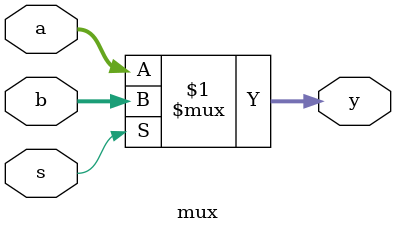
<source format=sv>
`timescale 1ns / 1ps


module mux #(parameter N=32)(input logic [N-1:0] a,b, input logic s, output logic [N-1:0] y);
assign y= s?b:a ;
endmodule


</source>
